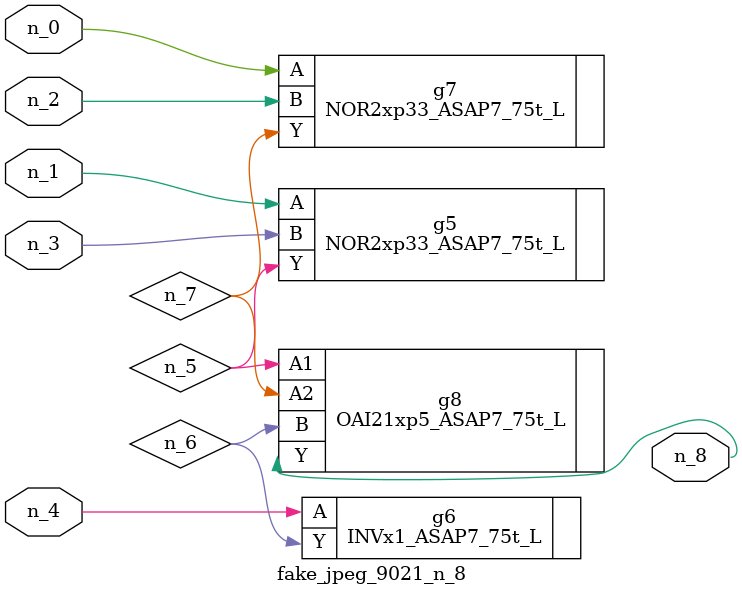
<source format=v>
module fake_jpeg_9021_n_8 (n_3, n_2, n_1, n_0, n_4, n_8);

input n_3;
input n_2;
input n_1;
input n_0;
input n_4;

output n_8;

wire n_6;
wire n_5;
wire n_7;

NOR2xp33_ASAP7_75t_L g5 ( 
.A(n_1),
.B(n_3),
.Y(n_5)
);

INVx1_ASAP7_75t_L g6 ( 
.A(n_4),
.Y(n_6)
);

NOR2xp33_ASAP7_75t_L g7 ( 
.A(n_0),
.B(n_2),
.Y(n_7)
);

OAI21xp5_ASAP7_75t_L g8 ( 
.A1(n_5),
.A2(n_7),
.B(n_6),
.Y(n_8)
);


endmodule
</source>
